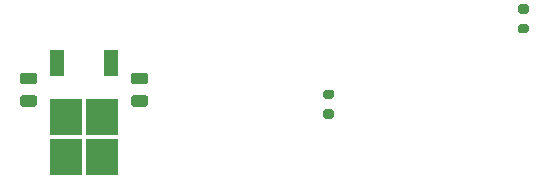
<source format=gtp>
G04 #@! TF.GenerationSoftware,KiCad,Pcbnew,5.1.10-88a1d61d58~90~ubuntu20.04.1*
G04 #@! TF.CreationDate,2021-10-27T23:57:33-06:00*
G04 #@! TF.ProjectId,Z680 Standalone Subwoofer,5a363830-2053-4746-916e-64616c6f6e65,rev?*
G04 #@! TF.SameCoordinates,Original*
G04 #@! TF.FileFunction,Paste,Top*
G04 #@! TF.FilePolarity,Positive*
%FSLAX46Y46*%
G04 Gerber Fmt 4.6, Leading zero omitted, Abs format (unit mm)*
G04 Created by KiCad (PCBNEW 5.1.10-88a1d61d58~90~ubuntu20.04.1) date 2021-10-27 23:57:33*
%MOMM*%
%LPD*%
G01*
G04 APERTURE LIST*
%ADD10R,2.750000X3.050000*%
%ADD11R,1.200000X2.200000*%
G04 APERTURE END LIST*
G36*
G01*
X43225000Y-30850000D02*
X43775000Y-30850000D01*
G75*
G02*
X43975000Y-31050000I0J-200000D01*
G01*
X43975000Y-31450000D01*
G75*
G02*
X43775000Y-31650000I-200000J0D01*
G01*
X43225000Y-31650000D01*
G75*
G02*
X43025000Y-31450000I0J200000D01*
G01*
X43025000Y-31050000D01*
G75*
G02*
X43225000Y-30850000I200000J0D01*
G01*
G37*
G36*
G01*
X43225000Y-29200000D02*
X43775000Y-29200000D01*
G75*
G02*
X43975000Y-29400000I0J-200000D01*
G01*
X43975000Y-29800000D01*
G75*
G02*
X43775000Y-30000000I-200000J0D01*
G01*
X43225000Y-30000000D01*
G75*
G02*
X43025000Y-29800000I0J200000D01*
G01*
X43025000Y-29400000D01*
G75*
G02*
X43225000Y-29200000I200000J0D01*
G01*
G37*
G36*
G01*
X59725000Y-23625000D02*
X60275000Y-23625000D01*
G75*
G02*
X60475000Y-23825000I0J-200000D01*
G01*
X60475000Y-24225000D01*
G75*
G02*
X60275000Y-24425000I-200000J0D01*
G01*
X59725000Y-24425000D01*
G75*
G02*
X59525000Y-24225000I0J200000D01*
G01*
X59525000Y-23825000D01*
G75*
G02*
X59725000Y-23625000I200000J0D01*
G01*
G37*
G36*
G01*
X59725000Y-21975000D02*
X60275000Y-21975000D01*
G75*
G02*
X60475000Y-22175000I0J-200000D01*
G01*
X60475000Y-22575000D01*
G75*
G02*
X60275000Y-22775000I-200000J0D01*
G01*
X59725000Y-22775000D01*
G75*
G02*
X59525000Y-22575000I0J200000D01*
G01*
X59525000Y-22175000D01*
G75*
G02*
X59725000Y-21975000I200000J0D01*
G01*
G37*
D10*
X21275000Y-31525000D03*
X24325000Y-34875000D03*
X24325000Y-31525000D03*
X21275000Y-34875000D03*
D11*
X20520000Y-26900000D03*
X25080000Y-26900000D03*
G36*
G01*
X17625000Y-29650000D02*
X18575000Y-29650000D01*
G75*
G02*
X18825000Y-29900000I0J-250000D01*
G01*
X18825000Y-30400000D01*
G75*
G02*
X18575000Y-30650000I-250000J0D01*
G01*
X17625000Y-30650000D01*
G75*
G02*
X17375000Y-30400000I0J250000D01*
G01*
X17375000Y-29900000D01*
G75*
G02*
X17625000Y-29650000I250000J0D01*
G01*
G37*
G36*
G01*
X17625000Y-27750000D02*
X18575000Y-27750000D01*
G75*
G02*
X18825000Y-28000000I0J-250000D01*
G01*
X18825000Y-28500000D01*
G75*
G02*
X18575000Y-28750000I-250000J0D01*
G01*
X17625000Y-28750000D01*
G75*
G02*
X17375000Y-28500000I0J250000D01*
G01*
X17375000Y-28000000D01*
G75*
G02*
X17625000Y-27750000I250000J0D01*
G01*
G37*
G36*
G01*
X27975000Y-28750000D02*
X27025000Y-28750000D01*
G75*
G02*
X26775000Y-28500000I0J250000D01*
G01*
X26775000Y-28000000D01*
G75*
G02*
X27025000Y-27750000I250000J0D01*
G01*
X27975000Y-27750000D01*
G75*
G02*
X28225000Y-28000000I0J-250000D01*
G01*
X28225000Y-28500000D01*
G75*
G02*
X27975000Y-28750000I-250000J0D01*
G01*
G37*
G36*
G01*
X27975000Y-30650000D02*
X27025000Y-30650000D01*
G75*
G02*
X26775000Y-30400000I0J250000D01*
G01*
X26775000Y-29900000D01*
G75*
G02*
X27025000Y-29650000I250000J0D01*
G01*
X27975000Y-29650000D01*
G75*
G02*
X28225000Y-29900000I0J-250000D01*
G01*
X28225000Y-30400000D01*
G75*
G02*
X27975000Y-30650000I-250000J0D01*
G01*
G37*
M02*

</source>
